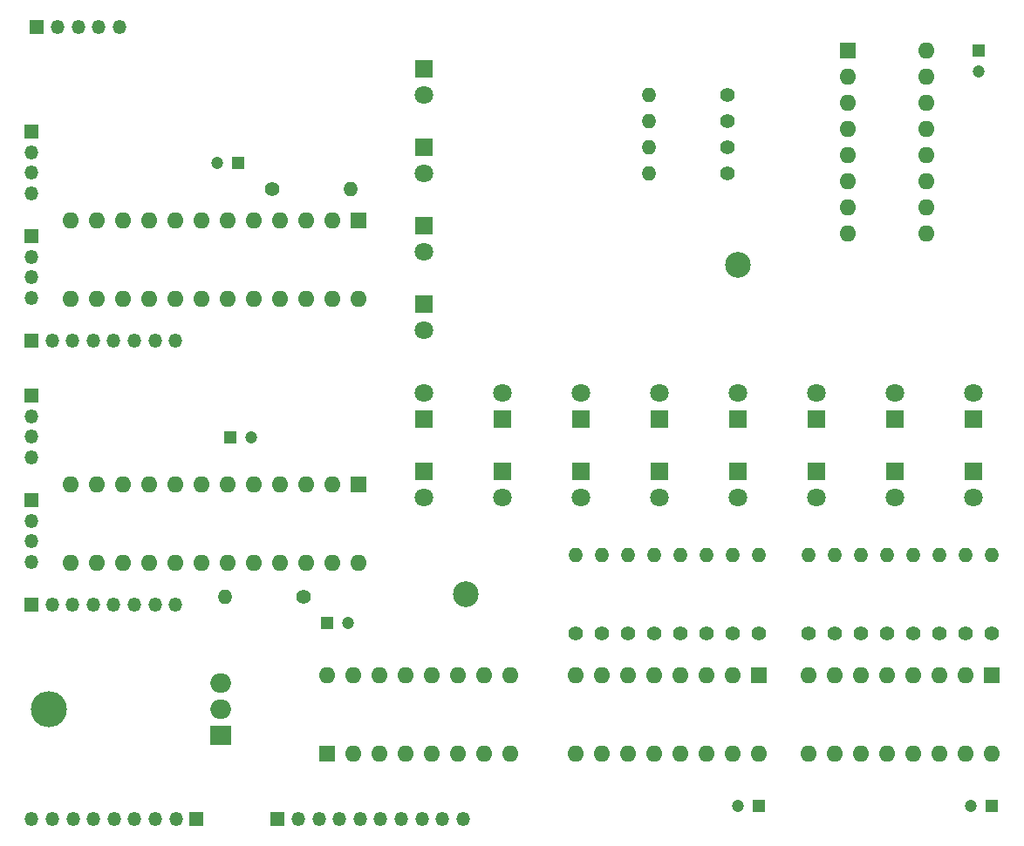
<source format=gbs>
%TF.GenerationSoftware,KiCad,Pcbnew,7.0.8*%
%TF.CreationDate,2023-10-15T17:50:00-07:00*%
%TF.ProjectId,htpm_control_additional_info,6874706d-5f63-46f6-9e74-726f6c5f6164,1*%
%TF.SameCoordinates,Original*%
%TF.FileFunction,Soldermask,Bot*%
%TF.FilePolarity,Negative*%
%FSLAX46Y46*%
G04 Gerber Fmt 4.6, Leading zero omitted, Abs format (unit mm)*
G04 Created by KiCad (PCBNEW 7.0.8) date 2023-10-15 17:50:00*
%MOMM*%
%LPD*%
G01*
G04 APERTURE LIST*
%ADD10R,1.350000X1.350000*%
%ADD11O,1.350000X1.350000*%
%ADD12R,1.800000X1.800000*%
%ADD13C,1.800000*%
%ADD14C,1.400000*%
%ADD15O,1.400000X1.400000*%
%ADD16R,1.200000X1.200000*%
%ADD17C,1.200000*%
%ADD18R,1.600000X1.600000*%
%ADD19O,1.600000X1.600000*%
%ADD20C,2.500000*%
%ADD21O,3.500000X3.500000*%
%ADD22R,2.000000X1.905000*%
%ADD23O,2.000000X1.905000*%
G04 APERTURE END LIST*
D10*
%TO.C,J3*%
X96012000Y-71628000D03*
D11*
X96012000Y-73628000D03*
X96012000Y-75628000D03*
X96012000Y-77628000D03*
%TD*%
D12*
%TO.C,D2*%
X134112000Y-62987000D03*
D13*
X134112000Y-65527000D03*
%TD*%
D12*
%TO.C,D13*%
X187452000Y-94488000D03*
D13*
X187452000Y-97028000D03*
%TD*%
D14*
%TO.C,R22*%
X122428000Y-106680000D03*
D15*
X114808000Y-106680000D03*
%TD*%
D12*
%TO.C,D17*%
X156972000Y-94488000D03*
D13*
X156972000Y-97028000D03*
%TD*%
D12*
%TO.C,D18*%
X149352000Y-94488000D03*
D13*
X149352000Y-97028000D03*
%TD*%
D14*
%TO.C,R8*%
X159004000Y-110236000D03*
D15*
X159004000Y-102616000D03*
%TD*%
D16*
%TO.C,C4*%
X187994000Y-53594000D03*
D17*
X187994000Y-55594000D03*
%TD*%
D14*
%TO.C,R13*%
X189230000Y-110236000D03*
D15*
X189230000Y-102616000D03*
%TD*%
D18*
%TO.C,U3*%
X166634000Y-114310000D03*
D19*
X164094000Y-114310000D03*
X161554000Y-114310000D03*
X159014000Y-114310000D03*
X156474000Y-114310000D03*
X153934000Y-114310000D03*
X151394000Y-114310000D03*
X148854000Y-114310000D03*
X148854000Y-121930000D03*
X151394000Y-121930000D03*
X153934000Y-121930000D03*
X156474000Y-121930000D03*
X159014000Y-121930000D03*
X161554000Y-121930000D03*
X164094000Y-121930000D03*
X166634000Y-121930000D03*
%TD*%
D12*
%TO.C,D19*%
X141732000Y-94488000D03*
D13*
X141732000Y-97028000D03*
%TD*%
D12*
%TO.C,D20*%
X134112000Y-94488000D03*
D13*
X134112000Y-97028000D03*
%TD*%
D20*
%TO.C,H2*%
X138176000Y-106426000D03*
%TD*%
D12*
%TO.C,D3*%
X134112000Y-70607000D03*
D13*
X134112000Y-73147000D03*
%TD*%
D18*
%TO.C,U2*%
X189240000Y-114310000D03*
D19*
X186700000Y-114310000D03*
X184160000Y-114310000D03*
X181620000Y-114310000D03*
X179080000Y-114310000D03*
X176540000Y-114310000D03*
X174000000Y-114310000D03*
X171460000Y-114310000D03*
X171460000Y-121930000D03*
X174000000Y-121930000D03*
X176540000Y-121930000D03*
X179080000Y-121930000D03*
X181620000Y-121930000D03*
X184160000Y-121930000D03*
X186700000Y-121930000D03*
X189240000Y-121930000D03*
%TD*%
D12*
%TO.C,D12*%
X134112000Y-89408000D03*
D13*
X134112000Y-86868000D03*
%TD*%
D14*
%TO.C,R1*%
X163576000Y-57912000D03*
D15*
X155956000Y-57912000D03*
%TD*%
D10*
%TO.C,J1*%
X119922000Y-128270000D03*
D11*
X121922000Y-128270000D03*
X123922000Y-128270000D03*
X125922000Y-128270000D03*
X127922000Y-128270000D03*
X129922000Y-128270000D03*
X131922000Y-128270000D03*
X133922000Y-128270000D03*
X135922000Y-128270000D03*
X137922000Y-128270000D03*
%TD*%
D20*
%TO.C,H1*%
X164592000Y-74422000D03*
%TD*%
D14*
%TO.C,R12*%
X148844000Y-110236000D03*
D15*
X148844000Y-102616000D03*
%TD*%
D16*
%TO.C,C1*%
X189240000Y-127010000D03*
D17*
X187240000Y-127010000D03*
%TD*%
D14*
%TO.C,R21*%
X119380000Y-67056000D03*
D15*
X127000000Y-67056000D03*
%TD*%
D21*
%TO.C,U1*%
X97726000Y-117602000D03*
D22*
X114386000Y-120142000D03*
D23*
X114386000Y-117602000D03*
X114386000Y-115062000D03*
%TD*%
D14*
%TO.C,R10*%
X153924000Y-110236000D03*
D15*
X153924000Y-102616000D03*
%TD*%
D16*
%TO.C,C2*%
X166634000Y-127010000D03*
D17*
X164634000Y-127010000D03*
%TD*%
D10*
%TO.C,J2*%
X96012000Y-61468000D03*
D11*
X96012000Y-63468000D03*
X96012000Y-65468000D03*
X96012000Y-67468000D03*
%TD*%
D14*
%TO.C,R11*%
X151384000Y-110236000D03*
D15*
X151384000Y-102616000D03*
%TD*%
D14*
%TO.C,R17*%
X179070000Y-110236000D03*
D15*
X179070000Y-102616000D03*
%TD*%
D12*
%TO.C,D10*%
X149352000Y-89408000D03*
D13*
X149352000Y-86868000D03*
%TD*%
D16*
%TO.C,C6*%
X115359401Y-91186000D03*
D17*
X117359401Y-91186000D03*
%TD*%
D12*
%TO.C,D8*%
X164592000Y-89408000D03*
D13*
X164592000Y-86868000D03*
%TD*%
D14*
%TO.C,R5*%
X166624000Y-110236000D03*
D15*
X166624000Y-102616000D03*
%TD*%
D12*
%TO.C,D7*%
X172212000Y-89408000D03*
D13*
X172212000Y-86868000D03*
%TD*%
D12*
%TO.C,D16*%
X164592000Y-94488000D03*
D13*
X164592000Y-97028000D03*
%TD*%
D14*
%TO.C,R7*%
X161544000Y-110236000D03*
D15*
X161544000Y-102616000D03*
%TD*%
D18*
%TO.C,U5*%
X175294000Y-53594000D03*
D19*
X175294000Y-56134000D03*
X175294000Y-58674000D03*
X175294000Y-61214000D03*
X175294000Y-63754000D03*
X175294000Y-66294000D03*
X175294000Y-68834000D03*
X175294000Y-71374000D03*
X182914000Y-71374000D03*
X182914000Y-68834000D03*
X182914000Y-66294000D03*
X182914000Y-63754000D03*
X182914000Y-61214000D03*
X182914000Y-58674000D03*
X182914000Y-56134000D03*
X182914000Y-53594000D03*
%TD*%
D12*
%TO.C,D14*%
X179832000Y-94488000D03*
D13*
X179832000Y-97028000D03*
%TD*%
D18*
%TO.C,U7*%
X127762000Y-95758000D03*
D19*
X125222000Y-95758000D03*
X122682000Y-95758000D03*
X120142000Y-95758000D03*
X117602000Y-95758000D03*
X115062000Y-95758000D03*
X112522000Y-95758000D03*
X109982000Y-95758000D03*
X107442000Y-95758000D03*
X104902000Y-95758000D03*
X102362000Y-95758000D03*
X99822000Y-95758000D03*
X99822000Y-103378000D03*
X102362000Y-103378000D03*
X104902000Y-103378000D03*
X107442000Y-103378000D03*
X109982000Y-103378000D03*
X112522000Y-103378000D03*
X115062000Y-103378000D03*
X117602000Y-103378000D03*
X120142000Y-103378000D03*
X122682000Y-103378000D03*
X125222000Y-103378000D03*
X127762000Y-103378000D03*
%TD*%
D14*
%TO.C,R18*%
X176530000Y-110236000D03*
D15*
X176530000Y-102616000D03*
%TD*%
D12*
%TO.C,D6*%
X179832000Y-89408000D03*
D13*
X179832000Y-86868000D03*
%TD*%
D14*
%TO.C,R2*%
X163576000Y-60452000D03*
D15*
X155956000Y-60452000D03*
%TD*%
D10*
%TO.C,J5*%
X96012000Y-107458000D03*
D11*
X98012000Y-107458000D03*
X100012000Y-107458000D03*
X102012000Y-107458000D03*
X104012000Y-107458000D03*
X106012000Y-107458000D03*
X108012000Y-107458000D03*
X110012000Y-107458000D03*
%TD*%
D18*
%TO.C,U4*%
X124714000Y-121920000D03*
D19*
X127254000Y-121920000D03*
X129794000Y-121920000D03*
X132334000Y-121920000D03*
X134874000Y-121920000D03*
X137414000Y-121920000D03*
X139954000Y-121920000D03*
X142494000Y-121920000D03*
X142494000Y-114300000D03*
X139954000Y-114300000D03*
X137414000Y-114300000D03*
X134874000Y-114300000D03*
X132334000Y-114300000D03*
X129794000Y-114300000D03*
X127254000Y-114300000D03*
X124714000Y-114300000D03*
%TD*%
D16*
%TO.C,C5*%
X116078000Y-64516000D03*
D17*
X114078000Y-64516000D03*
%TD*%
D10*
%TO.C,J9*%
X96552000Y-51308000D03*
D11*
X98552000Y-51308000D03*
X100552000Y-51308000D03*
X102552000Y-51308000D03*
X104552000Y-51308000D03*
%TD*%
D14*
%TO.C,R15*%
X184150000Y-110236000D03*
D15*
X184150000Y-102616000D03*
%TD*%
D14*
%TO.C,R16*%
X181610000Y-110236000D03*
D15*
X181610000Y-102616000D03*
%TD*%
D10*
%TO.C,J7*%
X96012000Y-97298000D03*
D11*
X96012000Y-99298000D03*
X96012000Y-101298000D03*
X96012000Y-103298000D03*
%TD*%
D10*
%TO.C,J4*%
X96012000Y-81788000D03*
D11*
X98012000Y-81788000D03*
X100012000Y-81788000D03*
X102012000Y-81788000D03*
X104012000Y-81788000D03*
X106012000Y-81788000D03*
X108012000Y-81788000D03*
X110012000Y-81788000D03*
%TD*%
%TO.C,J8*%
X96044000Y-128270000D03*
X98044000Y-128270000D03*
X100044000Y-128270000D03*
X102044000Y-128270000D03*
X104044000Y-128270000D03*
X106044000Y-128270000D03*
X108044000Y-128270000D03*
X110044000Y-128270000D03*
D10*
X112044000Y-128270000D03*
%TD*%
D12*
%TO.C,D4*%
X134112000Y-78227000D03*
D13*
X134112000Y-80767000D03*
%TD*%
D12*
%TO.C,D15*%
X172212000Y-94488000D03*
D13*
X172212000Y-97028000D03*
%TD*%
D14*
%TO.C,R3*%
X163576000Y-62992000D03*
D15*
X155956000Y-62992000D03*
%TD*%
D12*
%TO.C,D1*%
X134112000Y-55367000D03*
D13*
X134112000Y-57907000D03*
%TD*%
D14*
%TO.C,R6*%
X164084000Y-110236000D03*
D15*
X164084000Y-102616000D03*
%TD*%
D14*
%TO.C,R20*%
X171450000Y-110236000D03*
D15*
X171450000Y-102616000D03*
%TD*%
D14*
%TO.C,R19*%
X173990000Y-110236000D03*
D15*
X173990000Y-102616000D03*
%TD*%
D12*
%TO.C,D5*%
X187452000Y-89408000D03*
D13*
X187452000Y-86868000D03*
%TD*%
D10*
%TO.C,J6*%
X96012000Y-87138000D03*
D11*
X96012000Y-89138000D03*
X96012000Y-91138000D03*
X96012000Y-93138000D03*
%TD*%
D16*
%TO.C,C3*%
X124724000Y-109230000D03*
D17*
X126724000Y-109230000D03*
%TD*%
D14*
%TO.C,R4*%
X163576000Y-65532000D03*
D15*
X155956000Y-65532000D03*
%TD*%
D12*
%TO.C,D9*%
X156972000Y-89408000D03*
D13*
X156972000Y-86868000D03*
%TD*%
D14*
%TO.C,R9*%
X156464000Y-110236000D03*
D15*
X156464000Y-102616000D03*
%TD*%
D12*
%TO.C,D11*%
X141732000Y-89408000D03*
D13*
X141732000Y-86868000D03*
%TD*%
D18*
%TO.C,U6*%
X127762000Y-70104000D03*
D19*
X125222000Y-70104000D03*
X122682000Y-70104000D03*
X120142000Y-70104000D03*
X117602000Y-70104000D03*
X115062000Y-70104000D03*
X112522000Y-70104000D03*
X109982000Y-70104000D03*
X107442000Y-70104000D03*
X104902000Y-70104000D03*
X102362000Y-70104000D03*
X99822000Y-70104000D03*
X99822000Y-77724000D03*
X102362000Y-77724000D03*
X104902000Y-77724000D03*
X107442000Y-77724000D03*
X109982000Y-77724000D03*
X112522000Y-77724000D03*
X115062000Y-77724000D03*
X117602000Y-77724000D03*
X120142000Y-77724000D03*
X122682000Y-77724000D03*
X125222000Y-77724000D03*
X127762000Y-77724000D03*
%TD*%
D14*
%TO.C,R14*%
X186690000Y-110236000D03*
D15*
X186690000Y-102616000D03*
%TD*%
M02*

</source>
